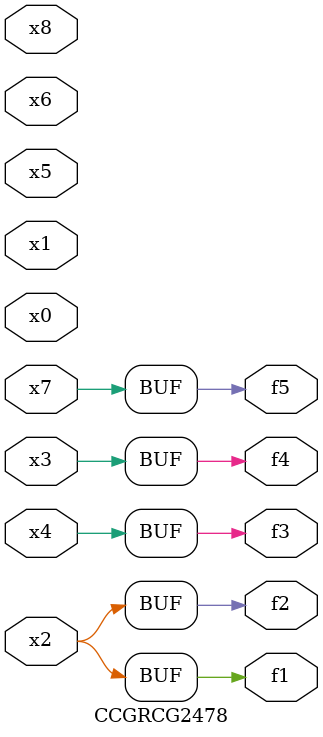
<source format=v>
module CCGRCG2478(
	input x0, x1, x2, x3, x4, x5, x6, x7, x8,
	output f1, f2, f3, f4, f5
);
	assign f1 = x2;
	assign f2 = x2;
	assign f3 = x4;
	assign f4 = x3;
	assign f5 = x7;
endmodule

</source>
